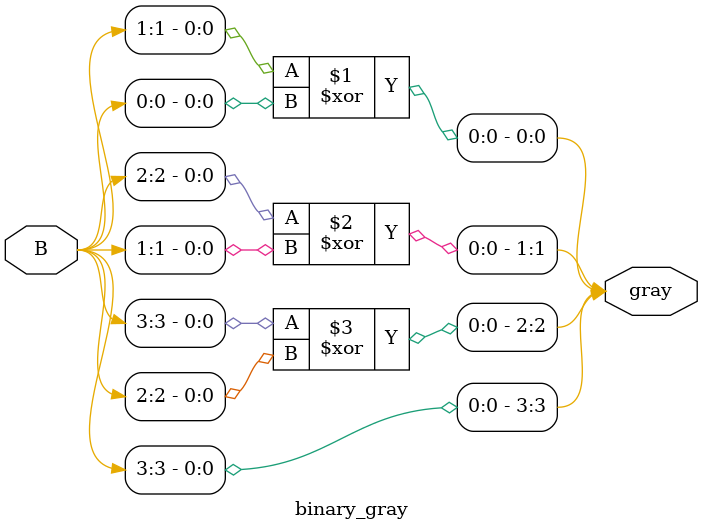
<source format=v>
`timescale 1ns / 1ps


module binary_gray(
input  [3:0]B,    
 output [3:0] gray 
 );     

  assign gray[0] = B[1] ^ B[0];
  assign gray[1] = B[2] ^ B[1];
  assign gray[2] = B[3] ^ B[2];
   assign gray[3] =B[3];
 endmodule

</source>
